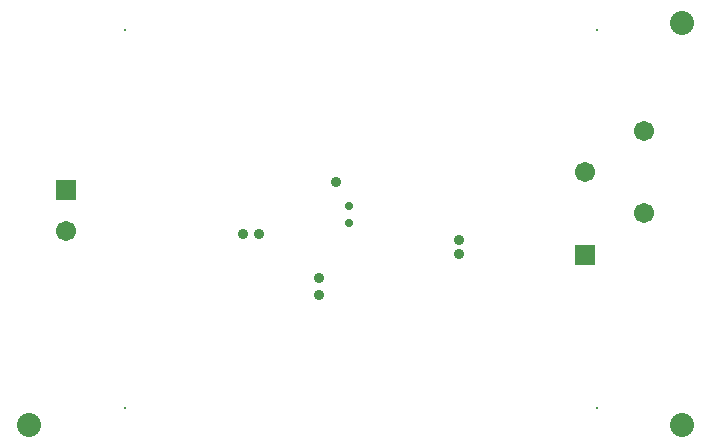
<source format=gbs>
G04*
G04 #@! TF.GenerationSoftware,Altium Limited,Altium Designer,24.6.1 (21)*
G04*
G04 Layer_Color=16711935*
%FSLAX44Y44*%
%MOMM*%
G71*
G04*
G04 #@! TF.SameCoordinates,FB7811C6-C1BC-4142-BEB3-519EFFB23591*
G04*
G04*
G04 #@! TF.FilePolarity,Negative*
G04*
G01*
G75*
%ADD25C,2.0320*%
%ADD26R,1.7112X1.7112*%
%ADD27C,1.7112*%
%ADD28C,0.2032*%
%ADD29C,0.9032*%
%ADD30C,0.7032*%
D25*
X581660Y381390D02*
D03*
Y40640D02*
D03*
X29000D02*
D03*
D26*
X500000Y185000D02*
D03*
X60000Y240000D02*
D03*
D27*
X550000Y220000D02*
D03*
X500000Y255000D02*
D03*
X550000Y290000D02*
D03*
X60000Y205000D02*
D03*
D28*
X510000Y375000D02*
D03*
X110000Y55000D02*
D03*
X510000D02*
D03*
X110000Y375000D02*
D03*
D29*
X274250Y151250D02*
D03*
X288750Y247000D02*
D03*
X210000Y202500D02*
D03*
X223750Y202250D02*
D03*
X274500Y165250D02*
D03*
X393250Y197500D02*
D03*
X393500Y185500D02*
D03*
D30*
X299750Y212250D02*
D03*
Y226000D02*
D03*
M02*

</source>
